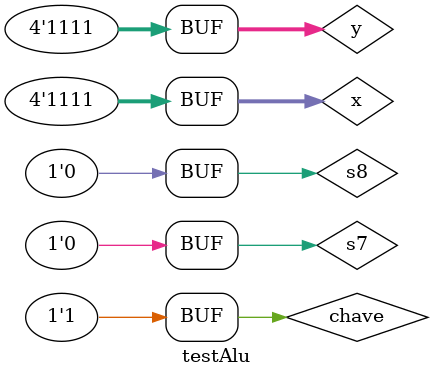
<source format=v>

module mux (output s, input a, input b, input chave);
  wire s,w1,w2,w3;

  and and1 (w1,a,chave);
  not not1 (w2,chave);
  and and2 (w3,b,w2);
  or  or1  (s,w1,w3);

endmodule

module fourbitor (output s, input [3:0] a, input [3:0] b);
  wire w1,w2,w3,w4,w5,w6;
  
  or (w1,a[3],b[3]);
  or (w2,a[2],b[2]);
  or (w3,a[1],b[1]);
  or (w4,a[0],b[0]);
  or (w5,w1,w2);
  or (w6,w3,w4);
  or (s,w5,w6);
  
endmodule

module fourbitand (output s, input [3:0] a, input [3:0] b);
  wire w1,w2,w3,w4,w5,w6;
  
  and (w1,a[3],b[3]);
  and (w2,a[2],b[2]);
  and (w3,a[1],b[1]);
  and (w4,a[0],b[0]);
  and (w5,w1,w2);
  and (w6,w3,w4);
  and (s,w5,w6);
  
endmodule

module fourbitnor (output s, input [3:0] a, input [3:0] b);
  wire w1,w2,w3,w4,w5,w6;
  
  nor (w1,a[3],b[3]);
  nor (w2,a[2],b[2]);
  nor (w3,a[1],b[1]);
  nor (w4,a[0],b[0]);
  nor (w5,w1,w2);
  nor (w6,w3,w4);
  nor (s,w5,w6);

endmodule

module fourbitnand (output s, input [3:0] a, input [3:0] b);
  wire w1,w2,w3,w4,w5,w6;

  nand (w1,a[3],b[3]);
  nand (w2,a[2],b[2]);
  nand (w3,a[1],b[1]);
  nand (w4,a[0],b[0]);
  nand (w5,w1,w2);
  nand (w6,w3,w4);
  nand (s,w5,w6);

endmodule

module fourbitxor (output s, input [3:0] a, input [3:0] b);
  wire w1,w2,w3,w4,w5,w6;

  xor (w1,a[3],b[3]);
  xor (w2,a[2],b[2]);
  xor (w3,a[1],b[1]);
  xor (w4,a[0],b[0]);
  xor (w5,w1,w2);
  xor (w6,w3,w4);
  xor (s,w5,w6);

endmodule

module fourbitxnor (output s, input [3:0] a, input [3:0] b);
  wire w1,w2,w3,w4,w5,w6;

  xnor (w1,a[3],b[3]);
  xnor (w2,a[2],b[2]);
  xnor (w3,a[1],b[1]);
  xnor (w4,a[0],b[0]);
  xnor (w5,w1,w2);
  xnor (w6,w3,w4);
  xnor (s,w5,w6);

endmodule



module testAlu;
  reg [3:0] x;
  reg [3:0] y;
  reg chave;
  wire s0,s1,s2,s3,s4,s5,s6,s7,s8,s9,s10;

  initial begin
    x = 4'b0000;
    y = 4'b0000;
    chave = 1'b0;
  end

  fourbitor     or1 (s1,x,y);
  fourbitnor   nor1 (s2,x,y);
  fourbitxor   xor1 (s3,x,y);
  fourbitxnor xnor1 (s4,x,y);
  or            or2 (s5,s1,s2);
  or            or3 (s6,s3,s4);
  not          not1 (s7,chave);
  and          and2 (s8,s7,s5);
  and          and3 (s9,chave,s6);
  or            or4 (s10,s8,s9);

  mux mux1 (s,s1,s2,chave);
  initial begin
  $display ("Exemplo0034 - Autor: Eduardo Botelho - 427395");
  $display ("Chave = 0 -> OR / Chave = 1 -> AND");
  $display ("a    b     chave  s");
  $monitor ("%3b %3b    %b     %b",x,y,chave,s);
  	#1 x=4'b0000; y=4'b0001;
	#1 x=4'b0000; y=4'b0010; chave = 1'b1;
	#1 x=4'b0011; y=4'b0011;
	#1 x=4'b0100; y=4'b0100;
	#1 x=4'b1000; y=4'b0101;
	#1 x=4'b1000; y=4'b0110;
	#1 x=4'b1000; y=4'b0111;
	#1 x=4'b0110; y=4'b1000;
	#1 x=4'b0110; y=4'b1001; chave = 1'b0;
	#1 x=4'b0010; y=4'b1010;
	#1 x=4'b0001; y=4'b1011;
	#1 x=4'b0001; y=4'b1100;
	#1 x=4'b1110; y=4'b1101;
	#1 x=4'b0010; y=4'b1110;
	#1 x=4'b1111; y=4'b1111;
	#1 chave = 1'b1;
	end
endmodule

//OBS: Não consegui projetar uma porta XOR de 4 bits no Verilog.
</source>
